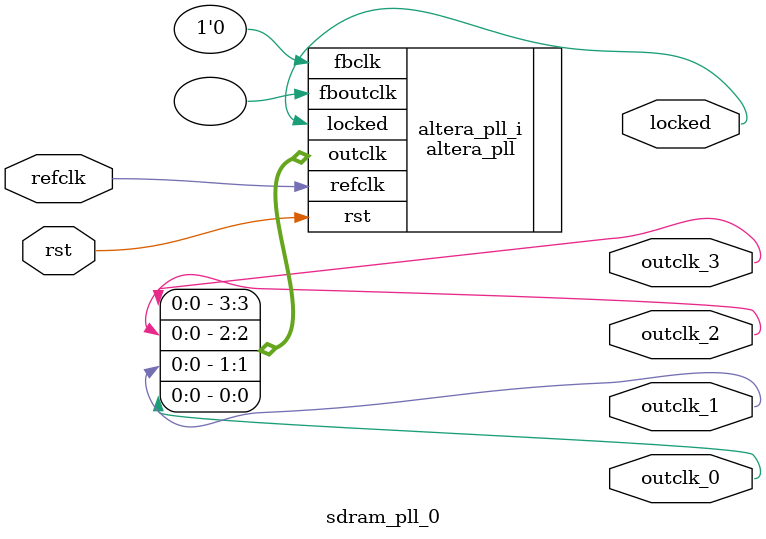
<source format=v>
`timescale 1ns/10ps
module  sdram_pll_0(

	// interface 'refclk'
	input wire refclk,

	// interface 'reset'
	input wire rst,

	// interface 'outclk0'
	output wire outclk_0,

	// interface 'outclk1'
	output wire outclk_1,

	// interface 'outclk2'
	output wire outclk_2,

	// interface 'outclk3'
	output wire outclk_3,

	// interface 'locked'
	output wire locked
);

	altera_pll #(
		.fractional_vco_multiplier("false"),
		.reference_clock_frequency("50.0 MHz"),
		.operation_mode("normal"),
		.number_of_clocks(4),
		.output_clock_frequency0("49.500000 MHz"),
		.phase_shift0("0 ps"),
		.duty_cycle0(50),
		.output_clock_frequency1("141.428571 MHz"),
		.phase_shift1("0 ps"),
		.duty_cycle1(50),
		.output_clock_frequency2("141.428571 MHz"),
		.phase_shift2("5303 ps"),
		.duty_cycle2(50),
		.output_clock_frequency3("141.428571 MHz"),
		.phase_shift3("0 ps"),
		.duty_cycle3(50),
		.output_clock_frequency4("0 MHz"),
		.phase_shift4("0 ps"),
		.duty_cycle4(50),
		.output_clock_frequency5("0 MHz"),
		.phase_shift5("0 ps"),
		.duty_cycle5(50),
		.output_clock_frequency6("0 MHz"),
		.phase_shift6("0 ps"),
		.duty_cycle6(50),
		.output_clock_frequency7("0 MHz"),
		.phase_shift7("0 ps"),
		.duty_cycle7(50),
		.output_clock_frequency8("0 MHz"),
		.phase_shift8("0 ps"),
		.duty_cycle8(50),
		.output_clock_frequency9("0 MHz"),
		.phase_shift9("0 ps"),
		.duty_cycle9(50),
		.output_clock_frequency10("0 MHz"),
		.phase_shift10("0 ps"),
		.duty_cycle10(50),
		.output_clock_frequency11("0 MHz"),
		.phase_shift11("0 ps"),
		.duty_cycle11(50),
		.output_clock_frequency12("0 MHz"),
		.phase_shift12("0 ps"),
		.duty_cycle12(50),
		.output_clock_frequency13("0 MHz"),
		.phase_shift13("0 ps"),
		.duty_cycle13(50),
		.output_clock_frequency14("0 MHz"),
		.phase_shift14("0 ps"),
		.duty_cycle14(50),
		.output_clock_frequency15("0 MHz"),
		.phase_shift15("0 ps"),
		.duty_cycle15(50),
		.output_clock_frequency16("0 MHz"),
		.phase_shift16("0 ps"),
		.duty_cycle16(50),
		.output_clock_frequency17("0 MHz"),
		.phase_shift17("0 ps"),
		.duty_cycle17(50),
		.pll_type("General"),
		.pll_subtype("General")
	) altera_pll_i (
		.rst	(rst),
		.outclk	({outclk_3, outclk_2, outclk_1, outclk_0}),
		.locked	(locked),
		.fboutclk	( ),
		.fbclk	(1'b0),
		.refclk	(refclk)
	);
endmodule


</source>
